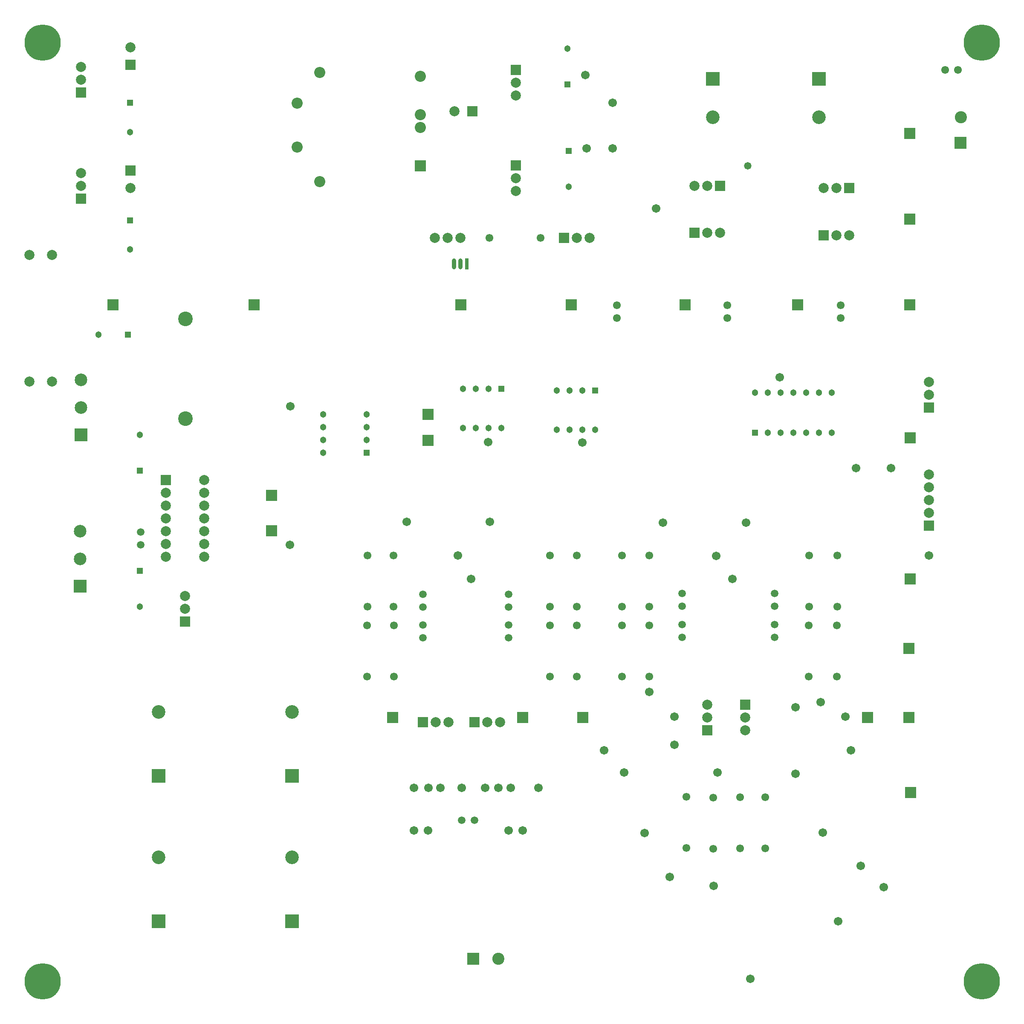
<source format=gbs>
%FSLAX24Y24*%
%MOIN*%
G70*
G01*
G75*
G04 Layer_Color=16711935*
%ADD10O,0.0157X0.0906*%
%ADD11R,0.0157X0.0906*%
%ADD12R,0.0252X0.0850*%
%ADD13O,0.0252X0.0850*%
%ADD14R,0.2362X0.3150*%
%ADD15R,0.1083X0.0850*%
%ADD16R,0.0532X0.0472*%
%ADD17R,0.0532X0.0354*%
%ADD18O,0.0866X0.0236*%
%ADD19R,0.0480X0.0358*%
%ADD20R,0.0630X0.0709*%
%ADD21R,0.0709X0.0630*%
%ADD22O,0.0240X0.0800*%
%ADD23C,0.0394*%
%ADD24C,0.0157*%
%ADD25C,0.1969*%
%ADD26C,0.0787*%
%ADD27C,0.0591*%
%ADD28C,0.0236*%
%ADD29C,0.0252*%
%ADD30C,0.0100*%
%ADD31C,0.0276*%
%ADD32C,0.0315*%
%ADD33C,0.1181*%
%ADD34C,0.0709*%
%ADD35R,0.0409X0.2062*%
%ADD36R,0.0285X0.1791*%
%ADD37R,0.0440X0.1575*%
%ADD38R,0.0571X0.1575*%
%ADD39R,0.2325X0.0197*%
%ADD40R,0.1394X0.0989*%
%ADD41R,0.1334X0.0984*%
%ADD42R,0.2987X0.2760*%
%ADD43R,0.1394X0.1772*%
%ADD44R,0.1334X0.4921*%
%ADD45R,0.2866X0.5906*%
%ADD46R,0.2344X0.3937*%
%ADD47R,0.3733X1.1024*%
%ADD48R,0.1969X0.1181*%
%ADD49R,0.1846X0.1575*%
%ADD50R,0.0709X0.0709*%
%ADD51C,0.0709*%
%ADD52O,0.0236X0.0787*%
%ADD53R,0.0236X0.0787*%
%ADD54C,0.0433*%
%ADD55R,0.0433X0.0433*%
%ADD56R,0.0433X0.0433*%
%ADD57R,0.0787X0.0787*%
%ADD58C,0.0787*%
%ADD59C,0.0866*%
%ADD60R,0.0866X0.0866*%
%ADD61R,0.0866X0.0866*%
%ADD62C,0.1063*%
%ADD63C,0.0532*%
%ADD64C,0.0906*%
%ADD65R,0.0906X0.0906*%
%ADD66R,0.0709X0.0709*%
%ADD67C,0.0512*%
%ADD68R,0.0787X0.0787*%
%ADD69C,0.2756*%
%ADD70C,0.0591*%
%ADD71C,0.0984*%
%ADD72R,0.0984X0.0984*%
%ADD73C,0.0500*%
%ADD74C,0.0079*%
%ADD75C,0.0098*%
%ADD76C,0.0050*%
%ADD77C,0.0120*%
%ADD78C,0.0059*%
%ADD79R,0.0748X0.0315*%
%ADD80O,0.0237X0.0986*%
%ADD81R,0.0237X0.0986*%
%ADD82R,0.0332X0.0930*%
%ADD83O,0.0332X0.0930*%
%ADD84R,0.2442X0.3230*%
%ADD85R,0.1163X0.0930*%
%ADD86R,0.0612X0.0552*%
%ADD87R,0.0612X0.0434*%
%ADD88O,0.0946X0.0316*%
%ADD89R,0.0560X0.0438*%
%ADD90R,0.0710X0.0789*%
%ADD91R,0.0789X0.0710*%
%ADD92O,0.0320X0.0880*%
%ADD93R,0.0789X0.0789*%
%ADD94C,0.0789*%
%ADD95O,0.0316X0.0867*%
%ADD96R,0.0316X0.0867*%
%ADD97C,0.0513*%
%ADD98R,0.0513X0.0513*%
%ADD99R,0.0513X0.0513*%
%ADD100R,0.0867X0.0867*%
%ADD101C,0.0867*%
%ADD102C,0.0946*%
%ADD103R,0.0946X0.0946*%
%ADD104R,0.0946X0.0946*%
%ADD105C,0.1143*%
%ADD106C,0.0612*%
%ADD107C,0.0986*%
%ADD108R,0.0986X0.0986*%
%ADD109R,0.0789X0.0789*%
%ADD110C,0.0592*%
%ADD111R,0.0867X0.0867*%
%ADD112C,0.2836*%
%ADD113C,0.0671*%
%ADD114C,0.1064*%
%ADD115R,0.1064X0.1064*%
%ADD116C,0.0580*%
G54D93*
X189961Y74213D02*
D03*
X193819Y121968D02*
D03*
X194004Y74213D02*
D03*
X200984Y112069D02*
D03*
X223310Y115982D02*
D03*
X213205Y116142D02*
D03*
X211192Y112485D02*
D03*
X221310Y112288D02*
D03*
X169860Y93143D02*
D03*
G54D94*
X190961Y74213D02*
D03*
X191961D02*
D03*
X167116Y115981D02*
D03*
X192441Y121968D02*
D03*
X167116Y126988D02*
D03*
X229528Y93567D02*
D03*
Y92567D02*
D03*
Y91567D02*
D03*
Y90567D02*
D03*
Y99819D02*
D03*
Y100819D02*
D03*
X195004Y74213D02*
D03*
X196004D02*
D03*
X212192Y74586D02*
D03*
Y75586D02*
D03*
X215157Y74586D02*
D03*
Y73586D02*
D03*
X201984Y112069D02*
D03*
X202984D02*
D03*
X171351Y83087D02*
D03*
Y84087D02*
D03*
X221310Y115982D02*
D03*
X222310D02*
D03*
X211205Y116142D02*
D03*
X212205D02*
D03*
X213192Y112485D02*
D03*
X212192D02*
D03*
X223310Y112288D02*
D03*
X222310D02*
D03*
X163239Y117142D02*
D03*
Y116142D02*
D03*
X163239Y125440D02*
D03*
Y124440D02*
D03*
X169860Y92143D02*
D03*
Y91143D02*
D03*
Y90143D02*
D03*
Y89143D02*
D03*
Y88143D02*
D03*
Y87143D02*
D03*
X172860Y93143D02*
D03*
Y92143D02*
D03*
Y91143D02*
D03*
Y90143D02*
D03*
Y89143D02*
D03*
Y88143D02*
D03*
Y87143D02*
D03*
X192905Y112069D02*
D03*
X191905D02*
D03*
X190905D02*
D03*
X197244Y116732D02*
D03*
Y115732D02*
D03*
Y124213D02*
D03*
Y123213D02*
D03*
X159202Y100859D02*
D03*
Y110739D02*
D03*
X160973D02*
D03*
Y100859D02*
D03*
G54D95*
X192412Y110039D02*
D03*
X192912D02*
D03*
G54D96*
X193412D02*
D03*
G54D97*
X221932Y99990D02*
D03*
X220932D02*
D03*
X219932D02*
D03*
X218932D02*
D03*
X217932D02*
D03*
X216932D02*
D03*
X215932D02*
D03*
X221932Y96850D02*
D03*
X220932D02*
D03*
X219932D02*
D03*
X218932D02*
D03*
X217932D02*
D03*
X216932D02*
D03*
X182177Y98295D02*
D03*
Y97295D02*
D03*
Y96295D02*
D03*
Y95295D02*
D03*
X185583Y98295D02*
D03*
Y97295D02*
D03*
Y96295D02*
D03*
X164606Y104528D02*
D03*
X167067Y111174D02*
D03*
X167067Y120359D02*
D03*
X167829Y83248D02*
D03*
Y96673D02*
D03*
X201365Y116074D02*
D03*
X201281Y126886D02*
D03*
X193101Y97197D02*
D03*
X194101D02*
D03*
X195101D02*
D03*
X196101D02*
D03*
X193101Y100268D02*
D03*
X194101D02*
D03*
X195101D02*
D03*
X202423Y100150D02*
D03*
X201423D02*
D03*
X200423D02*
D03*
X203423Y97079D02*
D03*
X202423D02*
D03*
X201423D02*
D03*
X200423D02*
D03*
G54D98*
X215932Y96850D02*
D03*
X167067Y113458D02*
D03*
X167067Y122642D02*
D03*
X167829Y86043D02*
D03*
Y93878D02*
D03*
X201365Y118869D02*
D03*
X201281Y124091D02*
D03*
X196101Y100268D02*
D03*
X203423Y100150D02*
D03*
G54D99*
X185583Y95295D02*
D03*
X166890Y104528D02*
D03*
G54D100*
X189764Y117707D02*
D03*
X202472Y74586D02*
D03*
X224732Y74586D02*
D03*
X228027Y120257D02*
D03*
X201575Y106850D02*
D03*
X210483Y106850D02*
D03*
X219255Y106850D02*
D03*
X228027D02*
D03*
X165748Y106850D02*
D03*
X176766D02*
D03*
X192938Y106850D02*
D03*
X228027Y113554D02*
D03*
X228111Y68701D02*
D03*
X228064Y96457D02*
D03*
X227953Y74586D02*
D03*
Y79991D02*
D03*
X228064Y85396D02*
D03*
X187598Y74586D02*
D03*
X197760Y74586D02*
D03*
G54D101*
X189764Y120707D02*
D03*
Y121707D02*
D03*
Y124707D02*
D03*
X181884Y116467D02*
D03*
X180124Y119177D02*
D03*
Y122627D02*
D03*
X181884Y124997D02*
D03*
G54D102*
X232026Y121500D02*
D03*
X195872Y55699D02*
D03*
G54D103*
X232016Y119520D02*
D03*
G54D104*
X193892Y55709D02*
D03*
G54D105*
X171407Y105740D02*
D03*
Y97940D02*
D03*
G54D106*
X199166Y112069D02*
D03*
X195166D02*
D03*
X187666Y87235D02*
D03*
Y83235D02*
D03*
X185630D02*
D03*
Y87235D02*
D03*
X185616Y81790D02*
D03*
Y77790D02*
D03*
X187716D02*
D03*
Y81790D02*
D03*
X199916Y87235D02*
D03*
Y83235D02*
D03*
X202016D02*
D03*
Y87235D02*
D03*
Y81790D02*
D03*
Y77790D02*
D03*
X199916D02*
D03*
Y81790D02*
D03*
X207679Y87235D02*
D03*
Y83235D02*
D03*
X205529D02*
D03*
Y87235D02*
D03*
X205529Y81790D02*
D03*
Y77790D02*
D03*
X212683Y68313D02*
D03*
Y64313D02*
D03*
X207679Y77790D02*
D03*
Y81790D02*
D03*
X210583Y64363D02*
D03*
Y68363D02*
D03*
X220182Y87235D02*
D03*
Y83235D02*
D03*
X222382D02*
D03*
Y87235D02*
D03*
X214764Y68339D02*
D03*
Y64339D02*
D03*
X222332Y81790D02*
D03*
Y77790D02*
D03*
X216728Y64339D02*
D03*
Y68339D02*
D03*
X220132Y77790D02*
D03*
Y81790D02*
D03*
X222638Y106799D02*
D03*
Y105799D02*
D03*
X213780Y106799D02*
D03*
Y105799D02*
D03*
X205118Y106799D02*
D03*
Y105799D02*
D03*
X231799Y125228D02*
D03*
X230799D02*
D03*
G54D107*
X163160Y89134D02*
D03*
Y86988D02*
D03*
X163239Y100965D02*
D03*
Y98819D02*
D03*
G54D108*
X163160Y84843D02*
D03*
X163239Y96673D02*
D03*
G54D109*
X167116Y117359D02*
D03*
X167116Y125610D02*
D03*
X229528Y89567D02*
D03*
Y98819D02*
D03*
X212192Y73586D02*
D03*
X215157Y75586D02*
D03*
X171351Y82087D02*
D03*
X163239Y115142D02*
D03*
X163239Y123440D02*
D03*
X197244Y117732D02*
D03*
Y125213D02*
D03*
G54D110*
X167913Y88083D02*
D03*
Y89083D02*
D03*
X189961Y83214D02*
D03*
Y84214D02*
D03*
Y81799D02*
D03*
Y80799D02*
D03*
X196670Y83214D02*
D03*
Y84214D02*
D03*
Y81799D02*
D03*
Y80799D02*
D03*
X210236Y83268D02*
D03*
Y84268D02*
D03*
X210240Y81853D02*
D03*
Y80853D02*
D03*
X217453Y83268D02*
D03*
Y84268D02*
D03*
Y81853D02*
D03*
Y80853D02*
D03*
X194004Y66535D02*
D03*
X193004D02*
D03*
G54D111*
X178150Y89173D02*
D03*
Y91929D02*
D03*
X190354Y96260D02*
D03*
Y98295D02*
D03*
G54D112*
X160236Y53937D02*
D03*
Y127331D02*
D03*
X233661Y127362D02*
D03*
Y53937D02*
D03*
G54D113*
X212992Y70276D02*
D03*
X199000Y69089D02*
D03*
X196850Y69094D02*
D03*
X195866D02*
D03*
X194832D02*
D03*
X193004D02*
D03*
X191339D02*
D03*
X190400D02*
D03*
X189270D02*
D03*
X179559Y88083D02*
D03*
X179606Y98917D02*
D03*
X209646Y74645D02*
D03*
Y72441D02*
D03*
X196670Y65730D02*
D03*
X189270Y65748D02*
D03*
X223004Y74645D02*
D03*
X219103Y75394D02*
D03*
X229528Y87235D02*
D03*
X212913Y87205D02*
D03*
X192717Y87235D02*
D03*
X217882Y101181D02*
D03*
X208203Y114370D02*
D03*
X204802Y119094D02*
D03*
X202756D02*
D03*
X204802Y122642D02*
D03*
X202677Y124803D02*
D03*
X202423Y96063D02*
D03*
X195078Y96127D02*
D03*
X219094Y70180D02*
D03*
X205709Y70276D02*
D03*
X188701Y89876D02*
D03*
X195197D02*
D03*
X208726Y89819D02*
D03*
X215234Y89819D02*
D03*
X204134Y72027D02*
D03*
X223425D02*
D03*
X190372Y65730D02*
D03*
X197760D02*
D03*
X193738Y85396D02*
D03*
X214173D02*
D03*
X223819Y94094D02*
D03*
X226575D02*
D03*
X221080Y75765D02*
D03*
X207679Y76575D02*
D03*
X221232Y65579D02*
D03*
X207286Y65551D02*
D03*
X222441Y58661D02*
D03*
X225984Y61299D02*
D03*
X224213Y62992D02*
D03*
X212700Y61417D02*
D03*
X215551Y54134D02*
D03*
X209252Y62110D02*
D03*
G54D114*
X169291Y75000D02*
D03*
X179724Y63661D02*
D03*
Y75000D02*
D03*
X169291Y63661D02*
D03*
X212642Y121513D02*
D03*
X220942D02*
D03*
G54D115*
X169291Y70000D02*
D03*
X179724Y58661D02*
D03*
Y70000D02*
D03*
X169291Y58661D02*
D03*
X212642Y124513D02*
D03*
X220942D02*
D03*
G54D116*
X215354Y117707D02*
D03*
M02*

</source>
